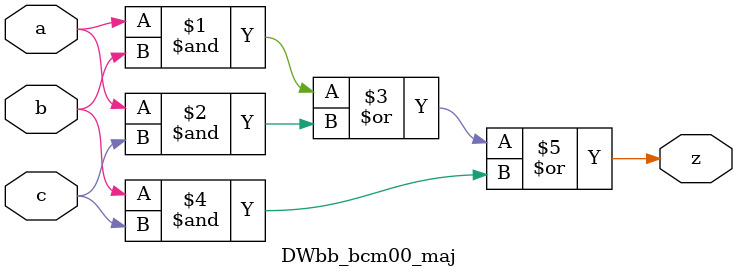
<source format=v>


module DWbb_bcm00_maj (
    a,
    b,
    c,
    z
    );

parameter integer WIDTH        = 1;  // RANGE 1 to 8192


input  [WIDTH-1:0]      a;    // 1st voter data input bus
input  [WIDTH-1:0]      b;    // 2nd voter data input bus
input  [WIDTH-1:0]      c;    // 3rd voter data input bus
output [WIDTH-1:0]      z;    // majority voted data output bus

// spyglass disable_block Ac_conv01
// SMD: Synchronized sequential element(s) converge on combinational logic
// SJ: The single-bit signals converging into sequential elements are triplicated from the same signal at the source and run through parallel paths of synchronizers with the identical number of stages.  This synchronized convergence is intentional and directly supplies combinational logic that produces a majority vote result which is immune to non-gray code transitions.
// spyglass disable_block Ac_conv02
// SMD: Synchronizers converge on combinational logic
// SJ: The single-bit signals converging into the combinational logic are triplicated from the same signal at the source and run through parallel paths of synchronizers with the identical number of stages.  This synchronized convergence is intentional as the combinational logic produces a majority vote result which is immune to non-gray code transitions.
  assign z = (a & b) | (a & c) | (b & c);
// spyglass enable_block Ac_conv01
// spyglass enable_block Ac_conv02

endmodule

</source>
